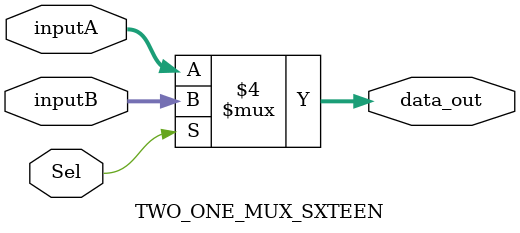
<source format=sv>

module TWO_ONE_MUX_SXTEEN (
   input Sel,  
   input [15:0] inputA, inputB, 
   output logic [15:0] data_out
   ); 

   always_comb begin
      if(!Sel) begin
        data_out = inputA;
      end

      else begin
        data_out = inputB; 
      end
   end
endmodule 
</source>
